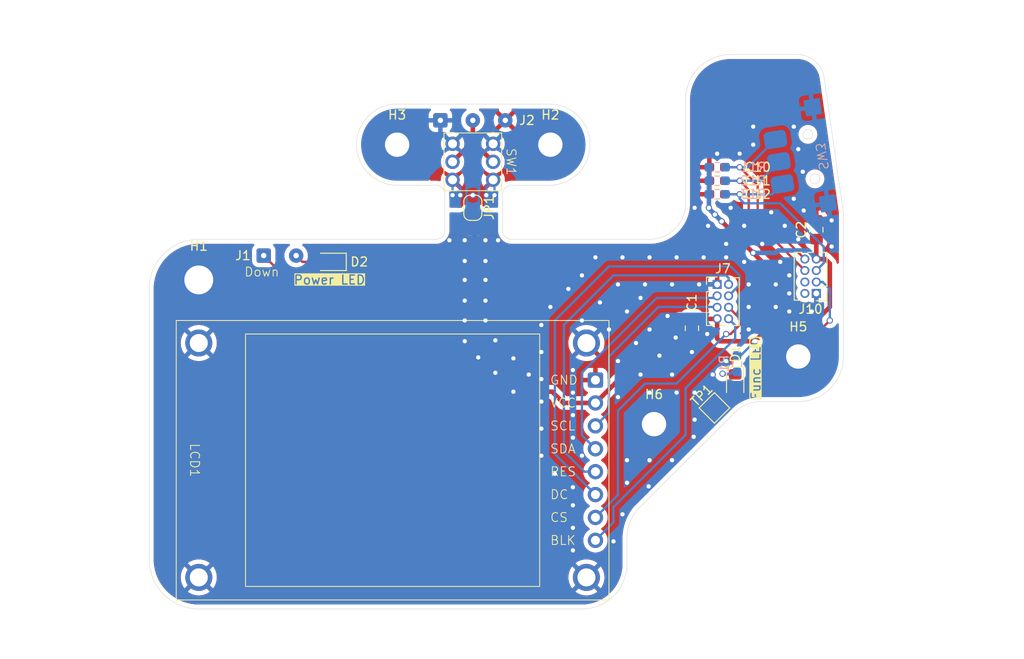
<source format=kicad_pcb>
(kicad_pcb (version 20241229) (generator "pcbnew") (generator_version "9.0")
  (title_block (title "PM_DISP") (date "2025-06-04") (rev "1.0") (company "LiuZS"))
  (layers (0 "F.Cu" signal) (2 "B.Cu" signal) (13 "F.Paste" user) (15 "B.Paste" user) (5 "F.SilkS" user "F.Silkscreen") (7 "B.SilkS" user "B.Silkscreen") (1 "F.Mask" user) (3 "B.Mask" user) (25 "Edge.Cuts" user))
  (net 0 "")
  (net 1 "+3.3V")
  (net 2 "GND")
  (net 3 "/D_RES")
  (net 4 "/D_SDA")
  (net 5 "/D_DC")
  (net 6 "/D_CS")
  (net 7 "/D_SCL")
  (net 8 "/KEY2")
  (net 9 "/KEY3")
  (net 10 "/I2C2_SDA")
  (net 11 "/I2C2_SCL")
  (net 12 "/KEY0")
  (net 13 "/KEY1")
  (net 14 "/BLK")
  (net 15 "Net-(D1-K)")
  (net 16 "/WKUP")
  (net 17 "+2V5")
  (net 18 "Net-(D2-K)")
  (net 19 "Net-(D2-A)")
  (footprint "Jumper:SolderJumper-2_P1.3mm_Bridged2Bar_RoundedPad1.0x1.5mm" (layer "F.Cu") (at 89.9 46 -90)
    (property "Reference" "JP1" (at 0 -1.8 90) (layer "F.SilkS"))
    (property "Value" "SolderJumper_2_Bridged")
    (fp_poly (pts (xy -0.25 0.2) (xy 0.25 0.2) (xy 0.25 0.6) (xy -0.25 0.6)) (fill yes) (layer "F.Cu"))
    (fp_poly (pts (xy -0.25 -0.6) (xy 0.25 -0.6) (xy 0.25 -0.2) (xy -0.25 -0.2)) (fill yes) (layer "F.Cu"))
    (fp_line (start 0.7 1) (end -0.7 1) (stroke (width 0.12)) (layer "F.SilkS"))
    (fp_line (start -1.4 0.3) (end -1.4 -0.3) (stroke (width 0.12)) (layer "F.SilkS"))
    (fp_line (start 1.4 -0.3) (end 1.4 0.3) (stroke (width 0.12)) (layer "F.SilkS"))
    (fp_line (start -0.7 -1) (end 0.7 -1) (stroke (width 0.12)) (layer "F.SilkS"))
    (fp_arc (start -0.7 1) (mid -1.194975 0.794975) (end -1.4 0.3) (stroke (width 0.12)) (layer "F.SilkS"))
    (fp_arc (start 1.4 0.3) (mid 1.194975 0.794975) (end 0.7 1) (stroke (width 0.12)) (layer "F.SilkS"))
    (fp_arc (start -1.4 -0.3) (mid -1.194975 -0.794975) (end -0.7 -1) (stroke (width 0.12)) (layer "F.SilkS"))
    (fp_arc (start 0.7 -1) (mid 1.194975 -0.794975) (end 1.4 -0.3) (stroke (width 0.12)) (layer "F.SilkS"))
    (pad "1" smd custom (at -0.65 0 270) (size 1 0.5) (layers "F.Cu" "F.Mask") (net 17 "+2V5") (options (clearance outline) (anchor rect)) (primitives (gr_circle (center 0 0.25) (end 0.5 0.25) (width 0) (fill yes)) (gr_circle (center 0 -0.25) (end 0.5 -0.25) (width 0) (fill yes)) (gr_poly (pts (xy 0.5 0.75) (xy 0 0.75) (xy 0 -0.75) (xy 0.5 -0.75)) (width 0) (fill yes))))
    (pad "2" smd custom (at 0.65 0 270) (size 1 0.5) (layers "F.Cu" "F.Mask") (net 1 "+3.3V") (options (clearance outline) (anchor rect)) (primitives (gr_circle (center 0 0.25) (end 0.5 0.25) (width 0) (fill yes)) (gr_circle (center 0 -0.25) (end 0.5 -0.25) (width 0) (fill yes)) (gr_poly (pts (xy 0 0.75) (xy -0.5 0.75) (xy -0.5 -0.75) (xy 0 -0.75)) (width 0) (fill yes))))
  )
  (footprint "MountingHole:MountingHole_2.7mm_M2.5_DIN965_Pad" (layer "F.Cu") (at 126 62.5)
    (property "Reference" "H5" (at 0 -3.3 0) (layer "F.SilkS"))
    (property "Value" "MountingHole_Pad")
    (pad "1" thru_hole circle (at 0 0) (size 4.7 4.7) (drill 2.7) (layers "*.Cu" "*.Mask") (net 2 "GND"))
  )
  (footprint "LED_SMD:LED_0805_2012Metric_Pad1.15x1.40mm_HandSolder" (layer "F.Cu") (at 74 52 180)
    (property "Reference" "D2" (at -3.3 0 0) (layer "F.SilkS"))
    (property "Value" "LED")
    (fp_line (start 1 -0.96) (end -1.86 -0.96) (stroke (width 0.12)) (layer "F.SilkS"))
    (fp_line (start -1.86 0.96) (end 1 0.96) (stroke (width 0.12)) (layer "F.SilkS"))
    (fp_line (start -1.86 -0.96) (end -1.86 0.96) (stroke (width 0.12)) (layer "F.SilkS"))
    (pad "1" smd roundrect (at -1.025 0 180) (size 1.15 1.4) (layers "F.Cu" "F.Mask" "F.Paste") (roundrect_rratio 0.217391) (net 18 "Net-(D2-K)"))
    (pad "2" smd roundrect (at 1.025 0 180) (size 1.15 1.4) (layers "F.Cu" "F.Mask" "F.Paste") (roundrect_rratio 0.217391) (net 19 "Net-(D2-A)"))
  )
  (footprint "LED_SMD:LED_0805_2012Metric_Pad1.15x1.40mm_HandSolder" (layer "F.Cu") (at 119 65.5 -90)
    (property "Reference" "D1" (at -3.3 0 90) (layer "F.SilkS"))
    (property "Value" "LED")
    (fp_line (start -1.86 0.96) (end 1 0.96) (stroke (width 0.12)) (layer "F.SilkS"))
    (fp_line (start -1.86 -0.96) (end -1.86 0.96) (stroke (width 0.12)) (layer "F.SilkS"))
    (fp_line (start 1 -0.96) (end -1.86 -0.96) (stroke (width 0.12)) (layer "F.SilkS"))
    (pad "1" smd roundrect (at -1.025 0 270) (size 1.15 1.4) (layers "F.Cu" "F.Mask" "F.Paste") (roundrect_rratio 0.217391) (net 15 "Net-(D1-K)"))
    (pad "2" smd roundrect (at 1.025 0 270) (size 1.15 1.4) (layers "F.Cu" "F.Mask" "F.Paste") (roundrect_rratio 0.217391) (net 9 "/KEY3"))
  )
  (footprint "MountingHole:MountingHole_3.2mm_M3_DIN965_Pad" (layer "F.Cu") (at 59.5 54)
    (property "Reference" "H1" (at 0 -3.75 0) (layer "F.SilkS"))
    (property "Value" "MountingHole_Pad")
    (pad "1" thru_hole circle (at 0 0) (size 5.6 5.6) (drill 3.2) (layers "*.Cu" "*.Mask") (net 2 "GND"))
  )
  (footprint "TestPoint:TestPoint_Pad_2.0x2.0mm" (layer "F.Cu") (at 116.7 68.2 45)
    (property "Reference" "TP1" (at 0 -1.998 45) (layer "F.SilkS"))
    (property "Value" "KEY3")
    (fp_line (start -1.2 -1.2) (end 1.2 -1.2) (stroke (width 0.12)) (layer "F.SilkS"))
    (fp_line (start 1.2 -1.2) (end 1.2 1.2) (stroke (width 0.12)) (layer "F.SilkS"))
    (fp_line (start -1.2 1.2) (end -1.2 -1.2) (stroke (width 0.12)) (layer "F.SilkS"))
    (fp_line (start 1.2 1.2) (end -1.2 1.2) (stroke (width 0.12)) (layer "F.SilkS"))
    (pad "1" smd rect (at 0 0 45) (size 2 2) (layers "F.Cu" "F.Mask") (net 9 "/KEY3"))
  )
  (footprint "KiCadLib:sw_push_5.8x5.8mm" (layer "F.Cu") (at 89.9 40.9 -90)
    (property "Reference" "SW1" (at 0 -4.25 270) (layer "F.SilkS") (effects (font (thickness 0.1))))
    (property "Value" "~")
    (fp_rect (start -3.2 -3.2) (end 3.2 3.2) (stroke (width 0.1)) (fill no) (layer "F.SilkS"))
    (pad "1" thru_hole circle (at -2 -2.25 270) (size 1.6 1.6) (drill 1) (layers "*.Cu" "*.Mask") (net 2 "GND"))
    (pad "2" thru_hole circle (at 0 -2.25 270) (size 1.6 1.6) (drill 1) (layers "*.Cu" "*.Mask") (net 16 "/WKUP"))
    (pad "3" thru_hole circle (at 2 -2.25 270) (size 1.6 1.6) (drill 1) (layers "*.Cu" "*.Mask") (net 17 "+2V5"))
    (pad "4" thru_hole circle (at -2 2.25 270) (size 1.6 1.6) (drill 1) (layers "*.Cu" "*.Mask") (net 2 "GND"))
    (pad "5" thru_hole circle (at 0 2.25 270) (size 1.6 1.6) (drill 1) (layers "*.Cu" "*.Mask") (net 16 "/WKUP"))
    (pad "6" thru_hole circle (at 2 2.25 270) (size 1.6 1.6) (drill 1) (layers "*.Cu" "*.Mask") (net 17 "+2V5"))
  )
  (footprint "Capacitor_SMD:C_0805_2012Metric_Pad1.18x1.45mm_HandSolder" (layer "F.Cu") (at 114.2 59.3625 -90)
    (property "Reference" "C1" (at -2.8625 0 90) (layer "F.SilkS"))
    (property "Value" "10uf")
    (fp_line (start -0.261252 0.735) (end 0.261252 0.735) (stroke (width 0.12)) (layer "F.SilkS"))
    (fp_line (start -0.261252 -0.735) (end 0.261252 -0.735) (stroke (width 0.12)) (layer "F.SilkS"))
    (pad "1" smd roundrect (at -1.0375 0 270) (size 1.175 1.45) (layers "F.Cu" "F.Mask" "F.Paste") (roundrect_rratio 0.212766) (net 1 "+3.3V"))
    (pad "2" smd roundrect (at 1.0375 0 270) (size 1.175 1.45) (layers "F.Cu" "F.Mask" "F.Paste") (roundrect_rratio 0.212766) (net 2 "GND"))
  )
  (footprint "Capacitor_SMD:C_0603_1608Metric_Pad1.08x0.95mm_HandSolder" (layer "F.Cu") (at 117 41.5 180)
    (property "Reference" "C10" (at -4.5 0 0) (layer "F.SilkS"))
    (property "Value" "1uF")
    (fp_line (start -0.146267 0.51) (end 0.146267 0.51) (stroke (width 0.12)) (layer "F.SilkS"))
    (fp_line (start -0.146267 -0.51) (end 0.146267 -0.51) (stroke (width 0.12)) (layer "F.SilkS"))
    (pad "1" smd roundrect (at -0.8625 0 180) (size 1.075 0.95) (layers "F.Cu" "F.Mask" "F.Paste") (net 13 "/KEY1"))
    (pad "2" smd roundrect (at 0.8625 0 180) (size 1.075 0.95) (layers "F.Cu" "F.Mask" "F.Paste") (net 2 "GND"))
  )
  (footprint "Capacitor_SMD:C_0603_1608Metric_Pad1.08x0.95mm_HandSolder" (layer "F.Cu") (at 117 43 180)
    (property "Reference" "C11" (at -4.5 0 0) (layer "F.SilkS"))
    (property "Value" "1uF")
    (fp_line (start -0.146267 0.51) (end 0.146267 0.51) (stroke (width 0.12)) (layer "F.SilkS"))
    (fp_line (start -0.146267 -0.51) (end 0.146267 -0.51) (stroke (width 0.12)) (layer "F.SilkS"))
    (pad "1" smd roundrect (at -0.8625 0 180) (size 1.075 0.95) (layers "F.Cu" "F.Mask" "F.Paste") (net 12 "/KEY0"))
    (pad "2" smd roundrect (at 0.8625 0 180) (size 1.075 0.95) (layers "F.Cu" "F.Mask" "F.Paste") (net 2 "GND"))
  )
  (footprint "MountingHole:MountingHole_2.7mm_M2.5_DIN965_Pad" (layer "F.Cu") (at 110 70)
    (property "Reference" "H6" (at 0 -3.3 0) (layer "F.SilkS"))
    (property "Value" "MountingHole_Pad")
    (pad "1" thru_hole circle (at 0 0) (size 4.7 4.7) (drill 2.7) (layers "*.Cu" "*.Mask") (net 2 "GND"))
  )
  (footprint "KiCadLib:LCD1.69_240_280" (layer "F.Cu") (at 103.5 74 -90)
    (property "Reference" "LCD1" (at 0 44.45 270) (layer "F.SilkS") (effects (font (thickness 0.1))))
    (property "Value" "~")
    (fp_rect (start -14 6.185) (end 14 38.815) (stroke (width 0.1)) (fill no) (layer "F.SilkS"))
    (fp_rect (start -15.5 -1.5) (end 15.5 46.5) (stroke (width 0.1)) (fill no) (layer "F.SilkS"))
    (fp_text user "CS" (at 6.35 5.08 0) (layer "F.SilkS") (effects (font (thickness 0.1)) (justify left)))
    (fp_text user "BLK" (at 8.89 5.08 0) (layer "F.SilkS") (effects (font (thickness 0.1)) (justify left)))
    (fp_text user "SCL" (at -3.81 5.08 0) (layer "F.SilkS") (effects (font (thickness 0.1)) (justify left)))
    (fp_text user "GND" (at -8.89 5.08 0) (layer "F.SilkS") (effects (font (thickness 0.1)) (justify left)))
    (fp_text user "SDA" (at -1.27 5.08 0) (layer "F.SilkS") (effects (font (thickness 0.1)) (justify left)))
    (fp_text user "DC" (at 3.81 5.08 0) (layer "F.SilkS") (effects (font (thickness 0.1)) (justify left)))
    (fp_text user "VCC" (at -6.35 5.08 0) (layer "F.SilkS") (effects (font (thickness 0.1)) (justify left)))
    (fp_text user "RES" (at 1.27 5.08 0) (layer "F.SilkS") (effects (font (thickness 0.1)) (justify left)))
    (pad "1" thru_hole roundrect (at -8.89 0 270) (size 1.7 1.7) (drill 1) (layers "*.Cu" "*.Mask") (roundrect_rratio 0.1470588235) (net 2 "GND"))
    (pad "2" thru_hole circle (at -6.35 0 270) (size 1.7 1.7) (drill 1) (layers "*.Cu" "*.Mask") (net 1 "+3.3V"))
    (pad "3" thru_hole circle (at -3.81 0 270) (size 1.7 1.7) (drill 1) (layers "*.Cu" "*.Mask") (net 7 "/D_SCL"))
    (pad "4" thru_hole circle (at -1.27 0 270) (size 1.7 1.7) (drill 1) (layers "*.Cu" "*.Mask") (net 4 "/D_SDA"))
    (pad "5" thru_hole circle (at 1.27 0 270) (size 1.7 1.7) (drill 1) (layers "*.Cu" "*.Mask") (net 3 "/D_RES"))
    (pad "6" thru_hole circle (at 3.81 0 270) (size 1.7 1.7) (drill 1) (layers "*.Cu" "*.Mask") (net 5 "/D_DC"))
    (pad "7" thru_hole circle (at 6.35 0 270) (size 1.7 1.7) (drill 1) (layers "*.Cu" "*.Mask") (net 6 "/D_CS"))
    (pad "8" thru_hole circle (at 8.89 0 270) (size 1.7 1.7) (drill 1) (layers "*.Cu" "*.Mask") (net 14 "/BLK"))
    (pad "H" thru_hole circle (at -13 1 270) (size 3 3) (drill 2) (layers "*.Cu" "*.Mask") (net 2 "GND"))
    (pad "H" thru_hole circle (at -13 44 270) (size 3 3) (drill 2) (layers "*.Cu" "*.Mask") (net 2 "GND"))
    (pad "H" thru_hole circle (at 13 1 270) (size 3 3) (drill 2) (layers "*.Cu" "*.Mask") (net 2 "GND"))
    (pad "H" thru_hole circle (at 13 44 270) (size 3 3) (drill 2) (layers "*.Cu" "*.Mask") (net 2 "GND"))
  )
  (footprint "MountingHole:MountingHole_2.7mm_M2.5_DIN965_Pad" (layer "F.Cu") (at 81.5 39)
    (property "Reference" "H3" (at 0 -3.3 0) (layer "F.SilkS"))
    (property "Value" "MountingHole_Pad")
    (pad "1" thru_hole circle (at 0 0) (size 4.7 4.7) (drill 2.7) (layers "*.Cu" "*.Mask") (net 2 "GND"))
  )
  (footprint "Capacitor_SMD:C_0603_1608Metric_Pad1.08x0.95mm_HandSolder" (layer "F.Cu") (at 117 44.5 180)
    (property "Reference" "C12" (at -4.5 0 0) (layer "F.SilkS"))
    (property "Value" "1uF")
    (fp_line (start -0.146267 0.51) (end 0.146267 0.51) (stroke (width 0.12)) (layer "F.SilkS"))
    (fp_line (start -0.146267 -0.51) (end 0.146267 -0.51) (stroke (width 0.12)) (layer "F.SilkS"))
    (pad "1" smd roundrect (at -0.8625 0 180) (size 1.075 0.95) (layers "F.Cu" "F.Mask" "F.Paste") (net 8 "/KEY2"))
    (pad "2" smd roundrect (at 0.8625 0 180) (size 1.075 0.95) (layers "F.Cu" "F.Mask" "F.Paste") (net 2 "GND"))
  )
  (footprint "Connector_Wire:SolderWire-0.1sqmm_1x02_P3.6mm_D0.4mm_OD1mm" (layer "F.Cu") (at 66.7 51.3)
    (property "Reference" "J1" (at -2.3 0 0) (layer "F.SilkS"))
    (property "Value" "Conn_01x02_Pin")
    (pad "1" thru_hole roundrect (at 0 0) (size 1.6 1.6) (drill 0.6) (layers "*.Cu" "*.Mask") (roundrect_rratio 0.15625) (net 18 "Net-(D2-K)"))
    (pad "2" thru_hole circle (at 3.6 0) (size 1.6 1.6) (drill 0.6) (layers "*.Cu" "*.Mask") (net 19 "Net-(D2-A)"))
  )
  (footprint "Connector_Wire:SolderWire-0.1sqmm_1x03_P3.6mm_D0.4mm_OD1mm" (layer "F.Cu") (at 86.3 36.3)
    (property "Reference" "J2" (at 9.6 0 0) (layer "F.SilkS"))
    (property "Value" "Conn_01x03_Pin")
    (pad "1" thru_hole roundrect (at 0 0) (size 1.6 1.6) (drill 0.6) (layers "*.Cu" "*.Mask") (roundrect_rratio 0.15625) (net 2 "GND"))
    (pad "2" thru_hole circle (at 3.6 0) (size 1.6 1.6) (drill 0.6) (layers "*.Cu" "*.Mask") (net 16 "/WKUP"))
    (pad "3" thru_hole circle (at 7.2 0) (size 1.6 1.6) (drill 0.6) (layers "*.Cu" "*.Mask") (net 17 "+2V5"))
  )
  (footprint "Connector_PinHeader_1.27mm:PinHeader_2x04_P1.27mm_Vertical" (layer "F.Cu") (at 128 55.5 180)
    (property "Reference" "J10" (at 0.635 -1.745 0) (layer "F.SilkS"))
    (property "Value" "Conn_02x04_Odd_Even")
    (fp_line (start 2.45 -0.745) (end 2.45 4.555) (stroke (width 0.12)) (layer "F.SilkS"))
    (fp_line (start 1.587923 4.555) (end 2.45 4.555) (stroke (width 0.12)) (layer "F.SilkS"))
    (fp_line (start 1.587923 -0.745) (end 2.45 -0.745) (stroke (width 0.12)) (layer "F.SilkS"))
    (fp_line (start 0.317923 4.555) (end 0.952077 4.555) (stroke (width 0.12)) (layer "F.SilkS"))
    (fp_line (start -1.18 4.555) (end -0.317923 4.555) (stroke (width 0.12)) (layer "F.SilkS"))
    (fp_line (start -1.18 0.81) (end -0.666708 0.81) (stroke (width 0.12)) (layer "F.SilkS"))
    (fp_line (start -1.18 0.81) (end -1.18 4.555) (stroke (width 0.12)) (layer "F.SilkS"))
    (fp_line (start -1.18 0) (end -1.18 -0.81) (stroke (width 0.12)) (layer "F.SilkS"))
    (fp_line (start -1.18 -0.81) (end 0 -0.81) (stroke (width 0.12)) (layer "F.SilkS"))
    (pad "1" thru_hole rect (at 0 0 180) (size 1 1) (drill 0.65) (layers "*.Cu" "*.Mask") (net 2 "GND"))
    (pad "2" thru_hole circle (at 1.27 0 180) (size 1 1) (drill 0.65) (layers "*.Cu" "*.Mask") (net 11 "/I2C2_SCL"))
    (pad "3" thru_hole circle (at 0 1.27 180) (size 1 1) (drill 0.65) (layers "*.Cu" "*.Mask") (net 9 "/KEY3"))
    (pad "4" thru_hole circle (at 1.27 1.27 180) (size 1 1) (drill 0.65) (layers "*.Cu" "*.Mask") (net 10 "/I2C2_SDA"))
    (pad "5" thru_hole circle (at 0 2.54 180) (size 1 1) (drill 0.65) (layers "*.Cu" "*.Mask") (net 8 "/KEY2"))
    (pad "6" thru_hole circle (at 1.27 2.54 180) (size 1 1) (drill 0.65) (layers "*.Cu" "*.Mask") (net 12 "/KEY0"))
    (pad "7" thru_hole circle (at 0 3.81 180) (size 1 1) (drill 0.65) (layers "*.Cu" "*.Mask") (net 1 "+3.3V"))
    (pad "8" thru_hole circle (at 1.27 3.81 180) (size 1 1) (drill 0.65) (layers "*.Cu" "*.Mask") (net 13 "/KEY1"))
  )
  (footprint "Connector_PinHeader_1.27mm:PinHeader_2x04_P1.27mm_Vertical" (layer "F.Cu") (at 117 54.5)
    (property "Reference" "J7" (at 0.635 -1.745 0) (layer "F.SilkS"))
    (property "Value" "Conn_02x04_Odd_Even")
    (fp_line (start -1.18 -0.81) (end 0 -0.81) (stroke (width 0.12)) (layer "F.SilkS"))
    (fp_line (start -1.18 0) (end -1.18 -0.81) (stroke (width 0.12)) (layer "F.SilkS"))
    (fp_line (start -1.18 0.81) (end -1.18 4.555) (stroke (width 0.12)) (layer "F.SilkS"))
    (fp_line (start -1.18 0.81) (end -0.666708 0.81) (stroke (width 0.12)) (layer "F.SilkS"))
    (fp_line (start -1.18 4.555) (end -0.317923 4.555) (stroke (width 0.12)) (layer "F.SilkS"))
    (fp_line (start 0.317923 4.555) (end 0.952077 4.555) (stroke (width 0.12)) (layer "F.SilkS"))
    (fp_line (start 1.587923 -0.745) (end 2.45 -0.745) (stroke (width 0.12)) (layer "F.SilkS"))
    (fp_line (start 1.587923 4.555) (end 2.45 4.555) (stroke (width 0.12)) (layer "F.SilkS"))
    (fp_line (start 2.45 -0.745) (end 2.45 4.555) (stroke (width 0.12)) (layer "F.SilkS"))
    (pad "1" thru_hole rect (at 0 0) (size 1 1) (drill 0.65) (layers "*.Cu" "*.Mask") (net 2 "GND"))
    (pad "2" thru_hole circle (at 1.27 0) (size 1 1) (drill 0.65) (layers "*.Cu" "*.Mask") (net 3 "/D_RES"))
    (pad "3" thru_hole circle (at 0 1.27) (size 1 1) (drill 0.65) (layers "*.Cu" "*.Mask") (net 4 "/D_SDA"))
    (pad "4" thru_hole circle (at 1.27 1.27) (size 1 1) (drill 0.65) (layers "*.Cu" "*.Mask") (net 5 "/D_DC"))
    (pad "5" thru_hole circle (at 0 2.54) (size 1 1) (drill 0.65) (layers "*.Cu" "*.Mask") (net 7 "/D_SCL"))
    (pad "6" thru_hole circle (at 1.27 2.54) (size 1 1) (drill 0.65) (layers "*.Cu" "*.Mask") (net 6 "/D_CS"))
    (pad "7" thru_hole circle (at 0 3.81) (size 1 1) (drill 0.65) (layers "*.Cu" "*.Mask") (net 1 "+3.3V"))
    (pad "8" thru_hole circle (at 1.27 3.81) (size 1 1) (drill 0.65) (layers "*.Cu" "*.Mask") (net 14 "/BLK"))
  )
  (footprint "Capacitor_SMD:C_0805_2012Metric_Pad1.18x1.45mm_HandSolder" (layer "F.Cu") (at 128 48.4375 90)
    (property "Reference" "C2" (at 0 -1.68 90) (layer "F.SilkS"))
    (property "Value" "10uf")
    (fp_line (start -0.261252 -0.735) (end 0.261252 -0.735) (stroke (width 0.12)) (layer "F.SilkS"))
    (fp_line (start -0.261252 0.735) (end 0.261252 0.735) (stroke (width 0.12)) (layer "F.SilkS"))
    (pad "1" smd roundrect (at -1.0375 0 90) (size 1.175 1.45) (layers "F.Cu" "F.Mask" "F.Paste") (roundrect_rratio 0.212766) (net 1 "+3.3V"))
    (pad "2" smd roundrect (at 1.0375 0 90) (size 1.175 1.45) (layers "F.Cu" "F.Mask" "F.Paste") (roundrect_rratio 0.212766) (net 2 "GND"))
  )
  (footprint "MountingHole:MountingHole_2.7mm_M2.5_DIN965_Pad" (layer "F.Cu") (at 98.5 39)
    (property "Reference" "H2" (at 0 -3.3 0) (layer "F.SilkS"))
    (property "Value" "MountingHole_Pad")
    (pad "1" thru_hole circle (at 0 0) (size 4.7 4.7) (drill 2.7) (layers "*.Cu" "*.Mask") (net 2 "GND"))
  )
  (footprint "Resistor_SMD:R_0603_1608Metric_Pad0.98x0.95mm_HandSolder" (layer "B.Cu") (at 117 43 180)
    (property "Reference" "R12" (at -4 0 0) (layer "B.SilkS") (effects (justify mirror)))
    (property "Value" "100k")
    (fp_line (start -0.254724 0.5225) (end 0.254724 0.5225) (stroke (width 0.12)) (layer "B.SilkS"))
    (fp_line (start -0.254724 -0.5225) (end 0.254724 -0.5225) (stroke (width 0.12)) (layer "B.SilkS"))
    (pad "1" smd roundrect (at -0.9125 0 180) (size 0.975 0.95) (layers "B.Cu" "B.Mask" "B.Paste") (net 12 "/KEY0"))
    (pad "2" smd roundrect (at 0.9125 0 180) (size 0.975 0.95) (layers "B.Cu" "B.Mask" "B.Paste") (net 1 "+3.3V"))
  )
  (footprint "Resistor_SMD:R_0603_1608Metric_Pad0.98x0.95mm_HandSolder" (layer "B.Cu") (at 117 44.5 180)
    (property "Reference" "R13" (at -4 0 0) (layer "B.SilkS") (effects (justify mirror)))
    (property "Value" "100k")
    (fp_line (start -0.254724 0.5225) (end 0.254724 0.5225) (stroke (width 0.12)) (layer "B.SilkS"))
    (fp_line (start -0.254724 -0.5225) (end 0.254724 -0.5225) (stroke (width 0.12)) (layer "B.SilkS"))
    (pad "1" smd roundrect (at -0.9125 0 180) (size 0.975 0.95) (layers "B.Cu" "B.Mask" "B.Paste") (net 8 "/KEY2"))
    (pad "2" smd roundrect (at 0.9125 0 180) (size 0.975 0.95) (layers "B.Cu" "B.Mask" "B.Paste") (net 1 "+3.3V"))
  )
  (footprint "Resistor_SMD:R_0603_1608Metric_Pad0.98x0.95mm_HandSolder" (layer "B.Cu") (at 119.2 63.3 -90)
    (property "Reference" "R1" (at 0 1.43 90) (layer "B.SilkS") (effects (justify mirror)))
    (property "Value" "10k")
    (fp_line (start -0.254724 0.5225) (end 0.254724 0.5225) (stroke (width 0.12)) (layer "B.SilkS"))
    (fp_line (start -0.254724 -0.5225) (end 0.254724 -0.5225) (stroke (width 0.12)) (layer "B.SilkS"))
    (pad "1" smd roundrect (at -0.9125 0 270) (size 0.975 0.95) (layers "B.Cu" "B.Mask" "B.Paste") (net 1 "+3.3V"))
    (pad "2" smd roundrect (at 0.9125 0 270) (size 0.975 0.95) (layers "B.Cu" "B.Mask" "B.Paste") (net 15 "Net-(D1-K)"))
  )
  (footprint "Resistor_SMD:R_0603_1608Metric_Pad0.98x0.95mm_HandSolder" (layer "B.Cu") (at 117 41.5 180)
    (property "Reference" "R11" (at -4 0 0) (layer "B.SilkS") (effects (justify mirror)))
    (property "Value" "100k")
    (fp_line (start -0.254724 0.5225) (end 0.254724 0.5225) (stroke (width 0.12)) (layer "B.SilkS"))
    (fp_line (start -0.254724 -0.5225) (end 0.254724 -0.5225) (stroke (width 0.12)) (layer "B.SilkS"))
    (pad "1" smd roundrect (at -0.9125 0 180) (size 0.975 0.95) (layers "B.Cu" "B.Mask" "B.Paste") (net 13 "/KEY1"))
    (pad "2" smd roundrect (at 0.9125 0 180) (size 0.975 0.95) (layers "B.Cu" "B.Mask" "B.Paste") (net 1 "+3.3V"))
  )
  (footprint "SW_CODED:Direction3 Pin5" (layer "B.Cu") (at 123.855362 40.894023 99)
    (property "Reference" "SW3" (at -0.155515 4.779149 279) (layer "B.SilkS") (effects (font (thickness 0.1)) (justify mirror)))
    (property "Value" "~")
    (fp_circle (center 2.5 3.650001) (end 3.050001 3.650001) (stroke (width 0.05)) (fill no) (layer "Edge.Cuts"))
    (fp_circle (center -2.5 3.649999) (end -1.949999 3.649999) (stroke (width 0.05)) (fill no) (layer "Edge.Cuts"))
    (pad "A" smd rect (at -5.399999 4.65 99) (size 1.8 1.8) (layers "B.Cu" "B.Mask" "B.Paste") (net 2 "GND"))
    (pad "A" smd rect (at 5.400001 4.65 99) (size 1.8 1.8) (layers "B.Cu" "B.Mask" "B.Paste") (net 2 "GND"))
    (pad "B" smd roundrect (at -2.5 0 99) (size 1.9 2.5) (layers "B.Cu" "B.Mask" "B.Paste") (net 8 "/KEY2"))
    (pad "C" smd roundrect (at 0 0 99) (size 1.9 2.5) (layers "B.Cu" "B.Mask" "B.Paste") (net 12 "/KEY0"))
    (pad "D" smd roundrect (at 2.5 0 99) (size 1.9 2.5) (layers "B.Cu" "B.Mask" "B.Paste") (net 13 "/KEY1"))
  )
  (gr_arc (start 126 29.001669) (mid 127.942203 29.802412) (end 128.882967 31.68079) (stroke (width 0.05)) (layer "Edge.Cuts"))
  (gr_line (start 113.5 34) (end 113.5 45.5) (stroke (width 0.05)) (layer "Edge.Cuts"))
  (gr_line (start 131 46.5) (end 128.882965 31.680759) (stroke (width 0.05)) (layer "Edge.Cuts"))
  (gr_arc (start 131 62.5) (mid 129.535534 66.035534) (end 126 67.5) (stroke (width 0.05)) (layer "Edge.Cuts"))
  (gr_line (start 107 82.669944) (end 107 85.5) (stroke (width 0.05)) (layer "Edge.Cuts"))
  (gr_arc (start 81.5 43.5) (mid 77 39) (end 81.5 34.5) (stroke (width 0.05)) (layer "Edge.Cuts"))
  (gr_line (start 94.205968 43.5) (end 98.4 43.5) (stroke (width 0.05)) (layer "Edge.Cuts"))
  (gr_line (start 131 46.5) (end 131 62.5) (stroke (width 0.05)) (layer "Edge.Cuts"))
  (gr_line (start 93.203474 44.5025) (end 93.200006 48.5) (stroke (width 0.05)) (layer "Edge.Cuts"))
  (gr_arc (start 93.203474 44.502494) (mid 93.497098 43.793616) (end 94.205968 43.5) (stroke (width 0.05)) (layer "Edge.Cuts"))
  (gr_line (start 86.8 44.5) (end 86.8 48.5) (stroke (width 0.05)) (layer "Edge.Cuts"))
  (gr_line (start 94.202494 49.5) (end 109.5 49.5) (stroke (width 0.05)) (layer "Edge.Cuts"))
  (gr_line (start 85.8 49.5) (end 59.5 49.5) (stroke (width 0.05)) (layer "Edge.Cuts"))
  (gr_arc (start 98.4 34.5) (mid 102.9 39) (end 98.4 43.5) (stroke (width 0.05)) (layer "Edge.Cuts"))
  (gr_arc (start 86.8 48.5) (mid 86.507107 49.207107) (end 85.8 49.5) (stroke (width 0.05)) (layer "Edge.Cuts"))
  (gr_arc (start 94.202494 49.5) (mid 93.495001 49.209213) (end 93.200006 48.503466) (stroke (width 0.05)) (layer "Edge.Cuts"))
  (gr_arc (start 54 55) (mid 55.610913 51.110913) (end 59.5 49.5) (stroke (width 0.05)) (layer "Edge.Cuts"))
  (gr_arc (start 113.5 34) (mid 114.964466 30.464466) (end 118.5 29) (stroke (width 0.05)) (layer "Edge.Cuts"))
  (gr_line (start 81.5 34.5) (end 98.4 34.5) (stroke (width 0.05)) (layer "Edge.Cuts"))
  (gr_line (start 81.5 43.5) (end 85.8 43.5) (stroke (width 0.05)) (layer "Edge.Cuts"))
  (gr_line (start 119.012217 68.65941) (end 108.133093 79.500195) (stroke (width 0.05)) (layer "Edge.Cuts"))
  (gr_arc (start 113.5 45.5) (mid 112.328427 48.328427) (end 109.5 49.5) (stroke (width 0.05)) (layer "Edge.Cuts"))
  (gr_line (start 126 67.5) (end 121.828427 67.5) (stroke (width 0.05)) (layer "Edge.Cuts"))
  (gr_line (start 54 55) (end 54 85) (stroke (width 0.05)) (layer "Edge.Cuts"))
  (gr_arc (start 107 85.5) (mid 105.535534 89.035534) (end 102 90.5) (stroke (width 0.05)) (layer "Edge.Cuts"))
  (gr_arc (start 59.5 90.5) (mid 55.610913 88.889087) (end 54 85) (stroke (width 0.05)) (layer "Edge.Cuts"))
  (gr_line (start 59.5 90.5) (end 102 90.5) (stroke (width 0.05)) (layer "Edge.Cuts"))
  (gr_arc (start 85.8 43.5) (mid 86.507107 43.792893) (end 86.8 44.5) (stroke (width 0.05)) (layer "Edge.Cuts"))
  (gr_arc (start 107 82.669944) (mid 107.291839 80.986726) (end 108.133289 79.5) (stroke (width 0.05)) (layer "Edge.Cuts"))
  (gr_line (start 126 29) (end 118.5 29) (stroke (width 0.05)) (layer "Edge.Cuts"))
  (gr_arc (start 119.005663 68.665922) (mid 120.30139 67.802954) (end 121.828427 67.500001) (stroke (width 0.05)) (layer "Edge.Cuts"))
  (gr_text "Down\n" (at 64.5 53.7 0) (layer "F.SilkS") (effects (font (size 1 1) (thickness 0.1)) (justify left bottom)))
  (gr_text "Power LED" (at 74 54 0) (layer "F.SilkS" knockout) (effects (font (size 1 1))))
  (gr_text "Func LED" (at 121.3 63.8 90) (layer "F.SilkS" knockout) (effects (font (size 1 1))))
  (segment (start 122.5 52.5) (end 122.5 57.5) (width 0.508) (layer "F.Cu") (net 1))
  (segment (start 114.185 58.31) (end 114.2 58.325) (width 0.508) (layer "F.Cu") (net 1))
  (segment (start 117 60.5) (end 117.305 60.805) (width 0.508) (layer "F.Cu") (net 1))
  (segment (start 129.5 52.19) (end 129 51.69) (width 0.508) (layer "F.Cu") (net 1))
  (segment (start 99.95 67.65) (end 103.5 67.65) (width 0.508) (layer "F.Cu") (net 1))
  (segment (start 122.5 57.5) (end 123.5 58.5) (width 0.508) (layer "F.Cu") (net 1))
  (segment (start 123.5 58.5) (end 128 58.5) (width 0.508) (layer "F.Cu") (net 1))
  (segment (start 116.0875 46.0875) (end 117.5 47.5) (width 0.508) (layer "F.Cu") (net 1))
  (segment (start 128 49.475) (end 128 51.69) (width 0.508) (layer "F.Cu") (net 1))
  (segment (start 90.1 60.2) (end 96.3 66.4) (width 0.508) (layer "F.Cu") (net 1))
  (segment (start 103.5 67.65) (end 112.84 58.31) (width 0.508) (layer "F.Cu") (net 1))
  (segment (start 116.985 58.325) (end 117 58.31) (width 0.508) (layer "F.Cu") (net 1))
  (segment (start 96.3 66.4) (end 98.7 66.4) (width 0.508) (layer "F.Cu") (net 1))
  (segment (start 128 58.5) (end 129.5 57) (width 0.508) (layer "F.Cu") (net 1))
  (segment (start 117.305 60.805) (end 121.195 60.805) (width 0.508) (layer "F.Cu") (net 1))
  (segment (start 117.5 47.5) (end 121 51) (width 0.508) (layer "F.Cu") (net 1))
  (segment (start 121 51) (end 122.5 52.5) (width 0.508) (layer "F.Cu") (net 1))
  (segment (start 116.0875 46) (end 116.0875 46.0875) (width 0.508) (layer "F.Cu") (net 1))
  (segment (start 121.195 60.805) (end 123.5 58.5) (width 0.508) (layer "F.Cu") (net 1))
  (segment (start 112.84 58.31) (end 114.185 58.31) (width 0.508) (layer "F.Cu") (net 1))
  (segment (start 90.1 46.65) (end 90.1 60.2) (width 0.508) (layer "F.Cu") (net 1))
  (segment (start 129 51.69) (end 128 51.69) (width 0.508) (layer "F.Cu") (net 1))
  (segment (start 114.2 58.325) (end 116.985 58.325) (width 0.508) (layer "F.Cu") (net 1))
  (segment (start 98.7 66.4) (end 99.95 67.65) (width 0.508) (layer "F.Cu") (net 1))
  (segment (start 129.5 57) (end 129.5 52.19) (width 0.508) (layer "F.Cu") (net 1))
  (segment (start 117 58.31) (end 117 60.5) (width 0.508) (layer "F.Cu") (net 1))
  (via (at 121.195 60.805) (size 0.7) (drill 0.47) (layers "F.Cu" "B.Cu") (net 1))
  (via (at 116.0875 46) (size 0.7) (drill 0.47) (layers "F.Cu" "B.Cu") (net 1))
  (via (at 117.5 47.5) (size 0.7) (drill 0.47) (layers "F.Cu" "B.Cu") (net 1))
  (via (at 121 51) (size 0.7) (drill 0.47) (layers "F.Cu" "B.Cu") (net 1))
  (via (at 116.75 46.75) (size 0.7) (drill 0.47) (layers "F.Cu" "B.Cu") (net 1))
  (segment (start 116.0875 46) (end 116.0875 46.0875) (width 0.508) (layer "B.Cu") (net 1))
  (segment (start 116.0875 46) (end 116.0875 44.5) (width 0.508) (layer "B.Cu") (net 1))
  (segment (start 123.5 51) (end 123.765 50.735) (width 0.508) (layer "B.Cu") (net 1))
  (segment (start 127.685 51.294426) (end 127.685 51.375) (width 0.508) (layer "B.Cu") (net 1))
  (segment (start 117.5 47.5) (end 116.75 46.75) (width 0.508) (layer "B.Cu") (net 1))
  (segment (start 127.125574 50.735) (end 127.685 51.294426) (width 0.508) (layer "B.Cu") (net 1))
  (segment (start 116.0875 41.5) (end 116.0875 44.5) (width 0.508) (layer "B.Cu") (net 1))
  (segment (start 127.685 51.375) (end 128 51.69) (width 0.508) (layer "B.Cu") (net 1))
  (segment (start 119.6125 62.3875) (end 121.195 60.805) (width 0.256) (layer "B.Cu") (net 1))
  (segment (start 121 51) (end 123.5 51) (width 0.508) (layer "B.Cu") (net 1))
  (segment (start 116.0875 46.0875) (end 116.75 46.75) (width 0.508) (layer "B.Cu") (net 1))
  (segment (start 119.2 62.3875) (end 119.6125 62.3875) (width 0.256) (layer "B.Cu") (net 1))
  (segment (start 123.765 50.735) (end 127.125574 50.735) (width 0.508) (layer "B.Cu") (net 1))
  (via (at 127.5 57.5) (size 0.7) (drill 0.47) (layers "F.Cu" "B.Cu") (net 2))
  (via (at 122 50) (size 0.7) (drill 0.47) (layers "F.Cu" "B.Cu") (net 2))
  (via (at 120 48) (size 0.7) (drill 0.47) (layers "F.Cu" "B.Cu") (net 2))
  (via (at 108 61) (size 0.7) (drill 0.47) (layers "F.Cu" "B.Cu") (net 2))
  (via (at 110.6 62.4) (size 0.7) (drill 0.47) (layers "F.Cu" "B.Cu") (net 2))
  (via (at 112 74) (size 0.7) (drill 0.47) (layers "F.Cu" "B.Cu") (net 2))
  (via (at 103.5 51.5) (size 0.7) (drill 0.47) (layers "F.Cu" "B.Cu") (net 2))
  (via (at 104 56.5) (size 0.7) (drill 0.47) (layers "F.Cu" "B.Cu") (net 2))
  (via (at 121 39) (size 0.7) (drill 0.47) (layers "F.Cu" "B.Cu") (net 2))
  (via (at 115.9 60) (size 0.7) (drill 0.47) (layers "F.Cu" "B.Cu") (net 2))
  (via (at 101 79) (size 0.7) (drill 0.47) (layers "F.Cu" "B.Cu") (net 2))
  (via (at 120.5 59.5) (size 0.7) (drill 0.47) (layers "F.Cu" "B.Cu") (net 2))
  (via (at 96.1 64.5) (size 0.7) (drill 0.47) (layers "F.Cu" "B.Cu") (net 2))
  (via (at 114.5 69.5) (size 0.7) (drill 0.47) (layers "F.Cu" "B.Cu") (net 2))
  (via (at 100.5 55) (size 0.7) (drill 0.47) (layers "F.Cu" "B.Cu") (net 2))
  (via (at 121 37) (size 0.7) (drill 0.47) (layers "F.Cu" "B.Cu") (net 2))
  (via (at 109.5 59.5) (size 0.7) (drill 0.47) (layers "F.Cu" "B.Cu") (net 2))
  (via (at 115.5 51.5) (size 0.7) (drill 0.47) (layers "F.Cu" "B.Cu") (net 2))
  (via (at 123.5 57) (size 0.7) (drill 0.47) (layers "F.Cu" "B.Cu") (net 2))
  (via (at 107 74) (size 0.7) (drill 0.47) (layers "F.Cu" "B.Cu") (net 2))
  (via (at 125 57.5) (size 0.7) (drill 0.47) (layers "F.Cu" "B.Cu") (net 2))
  (via (at 120 52) (size 0.7) (drill 0.47) (layers "F.Cu" "B.Cu") (net 2))
  (via (at 112 64.5) (size 0.7) (drill 0.47) (layers "F.Cu" "B.Cu") (net 2))
  (via (at 116 48) (size 0.7) (drill 0.47) (layers "F.Cu" "B.Cu") (net 2))
  (via (at 125 53.5) (size 0.7) (drill 0.47) (layers "F.Cu" "B.Cu") (net 2))
  (via (at 89 60.8) (size 0.7) (drill 0.47) (layers "F.Cu" "B.Cu") (net 2))
  (via (at 91.3 54) (size 0.7) (drill 0.47) (layers "F.Cu" "B.Cu") (net 2))
  (via (at 97.5 73.5) (size 0.7) (drill 0.47) (layers "F.Cu" "B.Cu") (net 2))
  (via (at 125 55.5) (size 0.7) (drill 0.47) (layers "F.Cu" "B.Cu") (net 2))
  (via (at 112.5 51.5) (size 0.7) (drill 0.47) (layers "F.Cu" "B.Cu") (net 2))
  (via (at 109.5 74) (size 0.7) (drill 0.47) (layers "F.Cu" "B.Cu") (net 2))
  (via (at 97.5 70.5) (size 0.7) (drill 0.47) (layers "F.Cu" "B.Cu") (net 2))
  (via (at 106 63) (size 0.7) (drill 0.47) (layers "F.Cu" "B.Cu") (net 2))
  (via (at 126.6 46.3) (size 0.7) (drill 0.47) (layers "F.Cu" "B.Cu") (net 2))
  (via (at 118.5 46) (size 0.7) (drill 0.47) (layers "F.Cu" "B.Cu") (net 2))
  (via (at 123 46.5) (size 0.7) (drill 0.47) (layers "F.Cu" "B.Cu") (net 2))
  (via (at 101 64) (size 0.7) (drill 0.47) (layers "F.Cu" "B.Cu") (net 2))
  (via (at 97.5 65) (size 0.7) (drill 0.47) (layers "F.Cu" "B.Cu") (net 2))
  (via (at 109 54.5) (size 0.7) (drill 0.47) (layers "F.Cu" "B.Cu") (net 2))
  (via (at 114.4 71.4) (size 0.7) (drill 0.47) (layers "F.Cu" "B.Cu") (net 2))
  (via (at 114.5 66.5) (size 0.7) (drill 0.47) (layers "F.Cu" "B.Cu") (net 2))
  (via (at 117 40) (size 0.7) (drill 0.47) (layers "F.Cu" "B.Cu") (net 2))
  (via (at 124.5 48) (size 0.7) (drill 0.47) (layers "F.Cu" "B.Cu") (net 2))
  (via (at 101 77) (size 0.7) (drill 0.47) (layers "F.Cu" "B.Cu") (net 2))
  (via (at 129.7 47.4) (size 0.7) (drill 0.47) (layers "F.Cu" "B.Cu") (net 2))
  (via (at 94.4 66.4) (size 0.7) (drill 0.47) (layers "F.Cu" "B.Cu") (net 2))
  (via (at 89 58.5) (size 0.7) (drill 0.47) (layers "F.Cu" "B.Cu") (net 2))
  (via (at 115 54.5) (size 0.7) (drill 0.47) (layers "F.Cu" "B.Cu") (net 2))
  (via (at 118 63) (size 0.7) (drill 0.47) (layers "F.Cu" "B.Cu") (net 2))
  (via (at 108.5 64.5) (size 0.7) (drill 0.47) (layers "F.Cu" "B.Cu") (net 2))
  (via (at 105.5 83) (size 0.7) (drill 0.47) (layers "F.Cu" "B.Cu") (net 2))
  (via (at 107 76.5) (size 0.7) (drill 0.47) (layers "F.Cu" "B.Cu") (net 2))
  (via (at 102 53.5) (size 0.7) (drill 0.47) (layers "F.Cu" "B.Cu") (net 2))
  (via (at 106.5 51.5) (size 0.7) (drill 0.47) (layers "F.Cu" "B.Cu") (net 2))
  (via (at 106.5 80) (size 0.7) (drill 0.47) (layers "F.Cu" "B.Cu") (net 2))
  (via (at 114.2 62) (size 0.7) (drill 0.47) (layers "F.Cu" "B.Cu") (net 2))
  (via (at 91.3 49.6) (size 0.7) (drill 0.47) (layers "F.Cu" "B.Cu") (net 2))
  (via (at 112.4 60.4) (size 0.7) (drill 0.47) (layers "F.Cu" "B.Cu") (net 2))
  (via (at 118 51.5) (size 0.7) (drill 0.47) (layers "F.Cu" "B.Cu") (net 2))
  (via (at 101 66.5) (size 0.7) (drill 0.47) (layers "F.Cu" "B.Cu") (net 2))
  (via (at 123.5 54.5) (size 0.7) (drill 0.47) (layers "F.Cu" "B.Cu") (net 2))
  (via (at 111.5 58) (size 0.7) (drill 0.47) (layers "F.Cu" "B.Cu") (net 2))
  (via (at 106 54.5) (size 0.7) (drill 0.47) (layers "F.Cu" "B.Cu") (net 2))
  (via (at 92.7 49.6) (size 0.7) (drill 0.47) (layers "F.Cu" "B.Cu") (net 2))
  (via (at 102 73.5) (size 0.7) (drill 0.47) (layers "F.Cu" "B.Cu") (net 2))
  (via (at 89 54) (size 0.7) (drill 0.47) (layers "F.Cu" "B.Cu") (net 2))
  (via (at 97.5 62) (size 0.7) (drill 0.47) (layers "F.Cu" "B.Cu") (net 2))
  (via (at 106 67) (size 0.7) (drill 0.47) (layers "F.Cu" "B.Cu") (net 2))
  (via (at 101 69) (size 0.7) (drill 0.47) (layers "F.Cu" "B.Cu") (net 2))
  (via (at 129.7 50.3) (size 0.7) (drill 0.47) (layers "F.Cu" "B.Cu") (net 2))
  (via (at 92.4 64.3) (size 0.7) (drill 0.47) (layers "F.Cu" "B.Cu") (net 2))
  (via (at 109.5 66.5) (size 0.7) (drill 0.47) (layers "F.Cu" "B.Cu") (net 2))
  (via (at 105 59.5) (size 0.7) (drill 0.47) (layers "F.Cu" "B.Cu") (net 2))
  (via (at 101 84) (size 0.7) (drill 0.47) (layers "F.Cu" "B.Cu") (net 2))
  (via (at 102 58.5) (size 0.7) (drill 0.47) (layers "F.Cu" "B.Cu") (net 2))
  (via (at 99 75.5) (size 0.7) (drill 0.47) (layers "F.Cu" "B.Cu") (net 2))
  (via (at 109.5 51.5) (size 0.7) (drill 0.47) (layers "F.Cu" "B.Cu") (net 2))
  (via (at 97.5 59) (size 0.7) (drill 0.47) (layers "F.Cu" "B.Cu") (net 2))
  (via (at 114.5 46) (size 0.7) (drill 0.47) (layers "F.Cu" "B.Cu") (net 2))
  (via (at 90.5 62.6) (size 0.7) (drill 0.47) (layers "F.Cu" "B.Cu") (net 2))
  (via (at 101 71.5) (size 0.7) (drill 0.47) (layers "F.Cu" "B.Cu") (net 2))
  (via (at 91.3 51.9) (size 0.7) (drill 0.47) (layers "F.Cu" "B.Cu") (net 2))
  (via (at 94.4 62.7) (size 0.7) (drill 0.47) (layers "F.Cu" "B.Cu") (net 2))
  (via (at 112 54.5) (size 0.7) (drill 0.47) (layers "F.Cu" "B.Cu") (net 2))
  (via (at 124 52) (size 0.7) (drill 0.47) (layers "F.Cu" "B.Cu") (net 2))
  (via (at 120.5 54.5) (size 0.7) (drill 0.47) (layers "F.Cu" "B.Cu") (net 2))
  (via (at 89 49.6) (size 0.7) (drill 0.47) (layers "F.Cu" "B.Cu") (net 2))
  (via (at 125.5 45) (size 0.7) (drill 0.47) (layers "F.Cu" "B.Cu") (net 2))
  (via (at 126.5 42) (size 0.7) (drill 0.47) (layers "F.Cu" "B.Cu") (net 2))
  (via (at 91.3 56.3) (size 0.7) (drill 0.47) (layers "F.Cu" "B.Cu") (net 2))
  (via (at 118 50) (size 0.7) (drill 0.47) (layers "F.Cu" "B.Cu") (net 2))
  (via (at 119.5 40) (size 0.7) (drill 0.47) (layers "F.Cu" "B.Cu") (net 2))
  (via (at 89 56.3) (size 0.7) (drill 0.47) (layers "F.Cu" "B.Cu") (net 2))
  (via (at 126 39.5) (size 0.7) (drill 0.47) (layers "F.Cu" "B.Cu") (net 2))
  (via (at 125.5 37) (size 0.7) (drill 0.47) (layers "F.Cu" "B.Cu") (net 2))
  (via (at 92.4 60.7) (size 0.7) (drill 0.47) (layers "F.Cu" "B.Cu") (net 2))
  (via (at 109.4 76.9) (size 0.7) (drill 0.47) (layers "F.Cu" "B.Cu") (net 2))
  (via (at 116.5 64.5) (size 0.7) (drill 0.47) (layers "F.Cu" "B.Cu") (net 2))
  (via (at 97.5 67.5) (size 0.7) (drill 0.47) (layers "F.Cu" "B.Cu") (net 2))
  (via (at 89 51.9) (size 0.7) (drill 0.47) (layers "F.Cu" "B.Cu") (net 2))
  (via (at 112.5 66.5) (size 0.7) (drill 0.47) (layers "F.Cu" "B.Cu") (net 2))
  (via (at 120.5 57) (size 0.7) (drill 0.47) (layers "F.Cu" "B.Cu") (net 2))
  (via (at 108.5 56) (size 0.7) (drill 0.47) (layers "F.Cu" "B.Cu") (net 2))
  (via (at 101 81.5) (size 0.7) (drill 0.47) (layers "F.Cu" "B.Cu") (net 2))
  (via (at 91.3 58.5) (size 0.7) (drill 0.47) (layers "F.Cu" "B.Cu") (net 2))
  (via (at 107 57.5) (size 0.7) (drill 0.47) (layers "F.Cu" "B.Cu") (net 2))
  (via (at 126 49.5) (size 0.7) (drill 0.47) (layers "F.Cu" "B.Cu") (net 2))
  (via (at 87.3 49.6) (size 0.7) (drill 0.47) (layers "F.Cu" "B.Cu") (net 2))
  (via (at 98.5 57) (size 0.7) (drill 0.47) (layers "F.Cu" "B.Cu") (net 2))
  (segment (start 90.579 41.021) (end 90.6 41) (width 0.256) (layer "B.Cu") (net 2))
  (segment (start 90.579 48.879) (end 90.579 41.021) (width 0.256) (layer "B.Cu") (net 2))
  (segment (start 91.3 49.6) (end 90.579 48.879) (width 0.256) (layer "B.Cu") (net 2))
  (segment (start 89.2 49.4) (end 89.2 41) (width 0.256) (layer "B.Cu") (net 2))
  (segment (start 89 49.6) (end 89.2 49.4) (width 0.256) (layer "B.Cu") (net 2))
  (segment (start 102.27 75.27) (end 100 73) (width 0.256) (layer "B.Cu") (net 3))
  (segment (start 103.5 75.27) (end 102.27 75.27) (width 0.256) (layer "B.Cu") (net 3))
  (segment (start 118.27 53.77) (end 118.27 54.5) (width 0.256) (layer "B.Cu") (net 3))
  (segment (start 105.5 53.5) (end 118 53.5) (width 0.256) (layer "B.Cu") (net 3))
  (segment (start 100 73) (end 100 59) (width 0.256) (layer "B.Cu") (net 3))
  (segment (start 100 59) (end 105.5 53.5) (width 0.256) (layer "B.Cu") (net 3))
  (segment (start 118 53.5) (end 118.27 53.77) (width 0.256) (layer "B.Cu") (net 3))
  (segment (start 103.5 72.73) (end 102 71.23) (width 0.256) (layer "B.Cu") (net 4))
  (segment (start 116.77 56) (end 117 55.77) (width 0.256) (layer "B.Cu") (net 4))
  (segment (start 102 71.23) (end 102 64.29212) (width 0.256) (layer "B.Cu") (net 4))
  (segment (start 110.29212 56) (end 116.77 56) (width 0.256) (layer "B.Cu") (net 4))
  (segment (start 102 64.29212) (end 110.29212 56) (width 0.256) (layer "B.Cu") (net 4))
  (segment (start 99 73.31) (end 99 58.5) (width 0.256) (layer "B.Cu") (net 5))
  (segment (start 119.5 53.5) (end 119.5 54.54) (width 0.256) (layer "B.Cu") (net 5))
  (segment (start 119.5 54.54) (end 118.27 55.77) (width 0.256) (layer "B.Cu") (net 5))
  (segment (start 105 52.5) (end 118.5 52.5) (width 0.256) (layer "B.Cu") (net 5))
  (segment (start 118.5 52.5) (end 119.5 53.5) (width 0.256) (layer "B.Cu") (net 5))
  (segment (start 103.5 77.81) (end 99 73.31) (width 0.256) (layer "B.Cu") (net 5))
  (segment (start 99 58.5) (end 105 52.5) (width 0.256) (layer "B.Cu") (net 5))
  (segment (start 118.5 60) (end 119.5 59) (width 0.256) (layer "F.Cu") (net 6))
  (segment (start 119.5 58.27) (end 118.27 57.04) (width 0.256) (layer "F.Cu") (net 6))
  (segment (start 119.5 59) (end 119.5 58.27) (width 0.256) (layer "F.Cu") (net 6))
  (segment (start 118 60) (end 118.5 60) (width 0.256) (layer "F.Cu") (net 6))
  (via (at 118 60) (size 0.7) (drill 0.47) (layers "F.Cu" "B.Cu") (net 6))
  (segment (start 118 60) (end 112.5 65.5) (width 0.256) (layer "B.Cu") (net 6))
  (segment (start 106 68.499999) (end 106 77.85) (width 0.256) (layer "B.Cu") (net 6))
  (segment (start 112.5 65.5) (end 108.999999 65.5) (width 0.256) (layer "B.Cu") (net 6))
  (segment (start 106 77.85) (end 103.5 80.35) (width 0.256) (layer "B.Cu") (net 6))
  (segment (start 108.999999 65.5) (end 106 68.499999) (width 0.256) (layer "B.Cu") (net 6))
  (segment (start 103.5 70.19) (end 105 68.69) (width 0.256) (layer "B.Cu") (net 7))
  (segment (start 110.5 57) (end 116.96 57) (width 0.256) (layer "B.Cu") (net 7))
  (segment (start 105 62.5) (end 110.5 57) (width 0.256) (layer "B.Cu") (net 7))
  (segment (start 105 68.69) (end 105 62.5) (width 0.256) (layer "B.Cu") (net 7))
  (segment (start 116.96 57) (end 117 57.04) (width 0.256) (layer "B.Cu") (net 7))
  (segment (start 119.5 44.5) (end 117.8625 44.5) (width 0.256) (layer "F.Cu") (net 8))
  (via (at 119.5 44.5) (size 0.7) (drill 0.47) (layers "F.Cu" "B.Cu") (net 8))
  (segment (start 128 52.96) (end 128.829 52.131) (width 0.256) (layer "B.Cu") (net 8))
  (segment (start 117.9125 44.5) (end 119.5 44.5) (width 0.256) (layer "B.Cu") (net 8))
  (segment (start 128.829 50.329) (end 124 45.5) (width 0.256) (layer "B.Cu") (net 8))
  (segment (start 124.246448 43.363244) (end 123.109692 44.5) (width 0.256) (layer "B.Cu") (net 8))
  (segment (start 128.829 52.131) (end 128.829 50.329) (width 0.256) (layer "B.Cu") (net 8))
  (segment (start 123.109692 44.5) (end 119.5 44.5) (width 0.256) (layer "B.Cu") (net 8))
  (segment (start 120 45.5) (end 119.5 45) (width 0.256) (layer "B.Cu") (net 8))
  (segment (start 124 45.5) (end 120 45.5) (width 0.256) (layer "B.Cu") (net 8))
  (segment (start 119.5 45) (end 119.5 44.5) (width 0.256) (layer "B.Cu") (net 8))
  (segment (start 121.1 62.9) (end 121.1 64.425) (width 0.256) (layer "F.Cu") (net 9))
  (segment (start 121.1 64.425) (end 119 66.525) (width 0.256) (layer "F.Cu") (net 9))
  (segment (start 129.5 58.5) (end 128.5 59.5) (width 0.256) (layer "F.Cu") (net 9))
  (segment (start 119 66.525) (end 118.375 66.525) (width 0.256) (layer "F.Cu") (net 9))
  (segment (start 128.5 59.5) (end 124.5 59.5) (width 0.256) (layer "F.Cu") (net 9))
  (segment (start 118.375 66.525) (end 116.7 68.2) (width 0.256) (layer "F.Cu") (net 9))
  (segment (start 124.5 59.5) (end 121.1 62.9) (width 0.256) (layer "F.Cu") (net 9))
  (via (at 129.5 58.5) (size 0.7) (drill 0.47) (layers "F.Cu" "B.Cu") (net 9))
  (segment (start 129.5 55.022894) (end 128.707106 54.23) (width 0.256) (layer "B.Cu") (net 9))
  (segment (start 128.707106 54.23) (end 128 54.23) (width 0.256) (layer "B.Cu") (net 9))
  (segment (start 129.5 58.5) (end 129.5 55.022894) (width 0.256) (layer "B.Cu") (net 9))
  (segment (start 117.8625 43) (end 119.5 43) (width 0.256) (layer "F.Cu") (net 12))
  (segment (start 120.5 46.73) (end 126.73 52.96) (width 0.256) (layer "F.Cu") (net 12))
  (segment (start 120.5 44) (end 120.5 46.73) (width 0.256) (layer "F.Cu") (net 12))
  (segment (start 119.5 43) (end 120.5 44) (width 0.256) (layer "F.Cu") (net 12))
  (via (at 119.5 43) (size 0.7) (drill 0.47) (layers "F.Cu" "B.Cu") (net 12))
  (segment (start 119.5 43) (end 117.9125 43) (width 0.256) (layer "B.Cu") (net 12))
  (segment (start 123.855362 40.894023) (end 121.749385 43) (width 0.256) (layer "B.Cu") (net 12))
  (segment (start 121.749385 43) (end 119.5 43) (width 0.256) (layer "B.Cu") (net 12))
  (segment (start 117.8625 41.5) (end 119.5 41.5) (width 0.256) (layer "F.Cu") (net 13))
  (segment (start 121.5 43.5) (end 121.5 46.46) (width 0.256) (layer "F.Cu") (net 13))
  (segment (start 121.5 46.46) (end 126.73 51.69) (width 0.256) (layer "F.Cu") (net 13))
  (segment (start 119.5 41.5) (end 121.5 43.5) (width 0.256) (layer "F.Cu") (net 13))
  (via (at 119.5 41.5) (size 0.7) (drill 0.47) (layers "F.Cu" "B.Cu") (net 13))
  (segment (start 120.389078 41.5) (end 119.5 41.5) (width 0.256) (layer "B.Cu") (net 13))
  (segment (start 123.464276 38.424802) (end 120.389078 41.5) (width 0.256) (layer "B.Cu") (net 13))
  (segment (start 119.5 41.5) (end 117.9125 41.5) (width 0.256) (layer "B.Cu") (net 13))
  (segment (start 119 60.5) (end 119 59.04) (width 0.256) (layer "B.Cu") (net 14))
  (segment (start 105.5 80.89) (end 105.5 79.2) (width 0.256) (layer "B.Cu") (net 14))
  (segment (start 113.5 71.2) (end 113.5 66) (width 0.256) (layer "B.Cu") (net 14))
  (segment (start 103.5 82.89) (end 105.5 80.89) (width 0.256) (layer "B.Cu") (net 14))
  (segment (start 119 59.04) (end 118.27 58.31) (width 0.256) (layer "B.Cu") (net 14))
  (segment (start 105.5 79.2) (end 113.5 71.2) (width 0.256) (layer "B.Cu") (net 14))
  (segment (start 113.5 66) (end 119 60.5) (width 0.256) (layer "B.Cu") (net 14))
  (segment (start 117.6 64.4) (end 117.675 64.475) (width 0.256) (layer "F.Cu") (net 15))
  (segment (start 117.675 64.475) (end 119 64.475) (width 0.256) (layer "F.Cu") (net 15))
  (via (at 117.6 64.4) (size 0.7) (drill 0.47) (layers "F.Cu" "B.Cu") (net 15))
  (segment (start 118.5 64.4) (end 118.6875 64.2125) (width 0.256) (layer "B.Cu") (net 15))
  (segment (start 118.6875 64.2125) (end 119.2 64.2125) (width 0.256) (layer "B.Cu") (net 15))
  (segment (start 117.6 64.4) (end 118.5 64.4) (width 0.256) (layer "B.Cu") (net 15))
  (segment (start 89.8 38.75) (end 87.65 40.9) (width 0.508) (layer "F.Cu") (net 16))
  (segment (start 89.9 36.4) (end 89.9 38.65) (width 0.508) (layer "F.Cu") (net 16))
  (segment (start 90 38.75) (end 92.15 40.9) (width 0.508) (layer "F.Cu") (net 16))
  (via (at 92.3 44.6) (size 0.7) (drill 0.47) (layers "F.Cu" "B.Cu") (net 17))
  (via (at 91.4 44.6) (size 0.7) (drill 0.47) (layers "F.Cu" "B.Cu") (net 17))
  (via (at 87.65 44.6) (size 0.7) (drill 0.47) (layers "F.Cu" "B.Cu") (net 17))
  (via (at 89.9 44.6) (size 0.7) (drill 0.47) (layers "F.Cu" "B.Cu") (net 17))
  (via (at 88.5 44.6) (size 0.7) (drill 0.47) (layers "F.Cu" "B.Cu") (net 17))
  (segment (start 91.4 44.6) (end 91.4 43.65) (width 0.256) (layer "B.Cu") (net 17))
  (segment (start 88.5 44.6) (end 88.5 43.75) (width 0.256) (layer "B.Cu") (net 17))
  (segment (start 92.3 43.05) (end 92.15 42.9) (width 0.256) (layer "B.Cu") (net 17))
  (segment (start 91.4 43.65) (end 92.15 42.9) (width 0.256) (layer "B.Cu") (net 17))
  (segment (start 92.3 44.6) (end 92.3 43.05) (width 0.256) (layer "B.Cu") (net 17))
  (segment (start 88.5 43.75) (end 87.65 42.9) (width 0.256) (layer "B.Cu") (net 17))
  (segment (start 87.65 44.6) (end 87.65 42.9) (width 0.256) (layer "B.Cu") (net 17))
  (segment (start 66.7 51.3) (end 68.909241 53.509241) (width 0.256) (layer "F.Cu") (net 18))
  (segment (start 73.515759 53.509241) (end 75.025 52) (width 0.256) (layer "F.Cu") (net 18))
  (segment (start 68.909241 53.509241) (end 73.515759 53.509241) (width 0.256) (layer "F.Cu") (net 18))
  (segment (start 70.3 51.3) (end 71 52) (width 0.256) (layer "F.Cu") (net 19))
  (segment (start 71 52) (end 72.975 52) (width 0.256) (layer "F.Cu") (net 19))
  (zone (net 17) (net_name "+2V5") (layer "F.Cu") (priority 1) (connect_pads (clearance 0.5)) (min_thickness 0.25) (fill yes (thermal_gap 0.5) (thermal_bridge_width 0.5))
    (polygon (pts (xy 94.9 35) (xy 86.2 35) (xy 84.6 36.6) (xy 84.6 48.410684) (xy 96.4 48.40009) (xy 95.6 47.066709) (xy 95.6 39.6) (xy 96.4 38.8) (xy 96.4 36.5)))
  )
  (zone (net 0) (net_name "") (layer "F.Cu") (connect_pads (clearance 0)) (min_thickness 0.25)
    (keepout (tracks allowed) (vias allowed) (pads allowed) (copperpour not_allowed) (footprints allowed))
    (fill (thermal_gap 0.5) (thermal_bridge_width 0.5))
    (polygon (pts (xy 132.2 68.5) (xy 131.8 59.5) (xy 124.7 59.5) (xy 122.7 61.5) (xy 117.7 61.5) (xy 118.8 62.6) (xy 118.8 64.9) (xy 117.5 64.5) (xy 117.5 65.8) (xy 116.8 66.5) (xy 117.8 70.053957)))
  )
  (zone (net 0) (net_name "") (layer "F.Cu") (connect_pads (clearance 0)) (min_thickness 0.25)
    (keepout (tracks allowed) (vias allowed) (pads allowed) (copperpour not_allowed) (footprints allowed))
    (fill (thermal_gap 0.5) (thermal_bridge_width 0.5))
    (polygon (pts (xy 88.2 46) (xy 84.484616 42.284616) (xy 85.3 48.4) (xy 95.1 48.4) (xy 96.638095 41.161905) (xy 91.8 46)))
  )
  (zone (net 2) (net_name "GND") (layers "F.Cu" "B.Cu") (connect_pads (clearance 0.5)) (min_thickness 0.25) (fill yes (thermal_gap 0.5) (thermal_bridge_width 0.5))
    (polygon (pts (xy 110.6 24.5) (xy 109.6 48.8) (xy 41.2 49.1) (xy 42 94.5) (xy 128 94.5) (xy 150.105263 24.5)))
  )
  (zone (net 17) (net_name "+2V5") (layer "B.Cu") (priority 12) (connect_pads (clearance 0.5)) (min_thickness 0.25) (fill yes (thermal_gap 0.5) (thermal_bridge_width 0.5))
    (polygon (pts (xy 86.5 41.9) (xy 85.2 43.2) (xy 85.2 45.7) (xy 85.5 46) (xy 94.1 46) (xy 94.5 45.6) (xy 94.5 43.2) (xy 93.2 41.9)))
  )
  (zone (net 2) (net_name "GND") (layer "B.Cu") (priority 1) (connect_pads (clearance 0.5)) (min_thickness 0.25) (fill yes (thermal_gap 0.5) (thermal_bridge_width 0.5))
    (polygon (pts (xy 85.3 29.7) (xy 70.117324 29.808448) (xy 70.2 49.1) (xy 109.2 49.1) (xy 109.2 29.8)))
  )
  (zone (net 0) (net_name "") (layer "B.Cu") (connect_pads (clearance 0)) (min_thickness 0.25)
    (keepout (tracks allowed) (vias allowed) (pads allowed) (copperpour not_allowed) (footprints allowed))
    (fill (thermal_gap 0.5) (thermal_bridge_width 0.5))
    (polygon (pts (xy 129.3 51) (xy 129.3 54.1) (xy 131.4 54.1) (xy 131.4 51)))
  )
)
</source>
